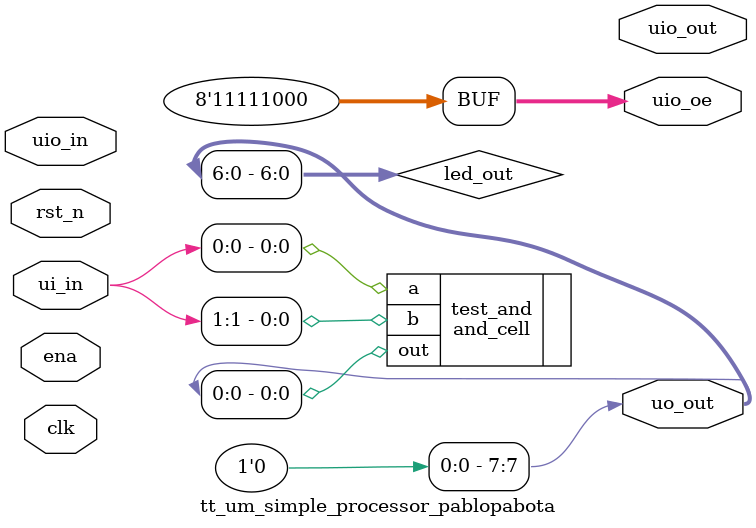
<source format=v>
`default_nettype none

module tt_um_simple_processor_pablopabota #( parameter MAX_COUNT = 24'd10_000_000 ) (
    input  wire [7:0] ui_in,    // Dedicated inputs - connected to the input switches
    output wire [7:0] uo_out,   // Dedicated outputs - connected to the 7 segment display
    input  wire [7:0] uio_in,   // IOs: Bidirectional Input path
    output wire [7:0] uio_out,  // IOs: Bidirectional Output path
    output wire [7:0] uio_oe,   // IOs: Bidirectional Enable path (active high: 0=input, 1=output)
    input  wire       ena,      // will go high when the design is enabled
    input  wire       clk,      // clock
    input  wire       rst_n     // reset_n - low to reset
);

    wire reset = ! rst_n;
    wire [6:0] led_out;
    assign uo_out[6:0] = led_out;
    assign uo_out[7] = 1'b0;

    // use bidirectionals as outputs
    assign uio_oe = 8'b11111000;

    and_cell test_and(.a(ui_in[0]), .b(ui_in[1]), .out(uo_out[0]));

endmodule

</source>
